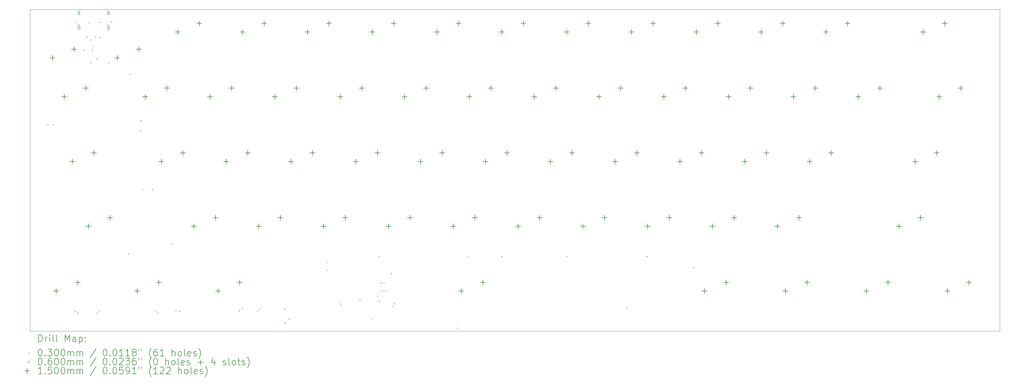
<source format=gbr>
%TF.GenerationSoftware,KiCad,Pcbnew,8.0.3*%
%TF.CreationDate,2025-10-01T01:02:01-04:00*%
%TF.ProjectId,KP60,4b503630-2e6b-4696-9361-645f70636258,rev?*%
%TF.SameCoordinates,Original*%
%TF.FileFunction,Drillmap*%
%TF.FilePolarity,Positive*%
%FSLAX45Y45*%
G04 Gerber Fmt 4.5, Leading zero omitted, Abs format (unit mm)*
G04 Created by KiCad (PCBNEW 8.0.3) date 2025-10-01 01:02:01*
%MOMM*%
%LPD*%
G01*
G04 APERTURE LIST*
%ADD10C,0.050000*%
%ADD11C,0.200000*%
%ADD12C,0.100000*%
%ADD13C,0.150000*%
G04 APERTURE END LIST*
D10*
X35157500Y-7385000D02*
X35157500Y-16845000D01*
X6657500Y-16845000D02*
X35157500Y-16845000D01*
X6657500Y-7385000D02*
X35157500Y-7385000D01*
X6657500Y-16845000D02*
X6657500Y-7385000D01*
D11*
D12*
X7164500Y-10762000D02*
X7194500Y-10792000D01*
X7194500Y-10762000D02*
X7164500Y-10792000D01*
X7329500Y-10762000D02*
X7359500Y-10792000D01*
X7359500Y-10762000D02*
X7329500Y-10792000D01*
X7975533Y-16251000D02*
X8005533Y-16281000D01*
X8005533Y-16251000D02*
X7975533Y-16281000D01*
X7979000Y-7743000D02*
X8009000Y-7773000D01*
X8009000Y-7743000D02*
X7979000Y-7773000D01*
X8057647Y-16299647D02*
X8087647Y-16329647D01*
X8087647Y-16299647D02*
X8057647Y-16329647D01*
X8226000Y-8559000D02*
X8256000Y-8589000D01*
X8256000Y-8559000D02*
X8226000Y-8589000D01*
X8319000Y-8189000D02*
X8349000Y-8219000D01*
X8349000Y-8189000D02*
X8319000Y-8219000D01*
X8380000Y-7753000D02*
X8410000Y-7783000D01*
X8410000Y-7753000D02*
X8380000Y-7783000D01*
X8432500Y-8933000D02*
X8462500Y-8963000D01*
X8462500Y-8933000D02*
X8432500Y-8963000D01*
X8438375Y-8269000D02*
X8468375Y-8299000D01*
X8468375Y-8269000D02*
X8438375Y-8299000D01*
X8478000Y-8561000D02*
X8508000Y-8591000D01*
X8508000Y-8561000D02*
X8478000Y-8591000D01*
X8515000Y-8444000D02*
X8545000Y-8474000D01*
X8545000Y-8444000D02*
X8515000Y-8474000D01*
X8573000Y-8180000D02*
X8603000Y-8210000D01*
X8603000Y-8180000D02*
X8573000Y-8210000D01*
X8618853Y-16302675D02*
X8648853Y-16332675D01*
X8648853Y-16302675D02*
X8618853Y-16332675D01*
X8619000Y-8825000D02*
X8649000Y-8855000D01*
X8649000Y-8825000D02*
X8619000Y-8855000D01*
X8681843Y-16232675D02*
X8711843Y-16262675D01*
X8711843Y-16232675D02*
X8681843Y-16262675D01*
X8688000Y-7751000D02*
X8718000Y-7781000D01*
X8718000Y-7751000D02*
X8688000Y-7781000D01*
X8698000Y-8194000D02*
X8728000Y-8224000D01*
X8728000Y-8194000D02*
X8698000Y-8224000D01*
X8960000Y-8935000D02*
X8990000Y-8965000D01*
X8990000Y-8935000D02*
X8960000Y-8965000D01*
X9042000Y-7741000D02*
X9072000Y-7771000D01*
X9072000Y-7741000D02*
X9042000Y-7771000D01*
X9537000Y-14572000D02*
X9567000Y-14602000D01*
X9567000Y-14572000D02*
X9537000Y-14602000D01*
X9585000Y-9271000D02*
X9615000Y-9301000D01*
X9615000Y-9271000D02*
X9585000Y-9301000D01*
X9897000Y-10934000D02*
X9927000Y-10964000D01*
X9927000Y-10934000D02*
X9897000Y-10964000D01*
X9899000Y-10648000D02*
X9929000Y-10678000D01*
X9929000Y-10648000D02*
X9899000Y-10678000D01*
X9953500Y-12663000D02*
X9983500Y-12693000D01*
X9983500Y-12663000D02*
X9953500Y-12693000D01*
X10241000Y-12665000D02*
X10271000Y-12695000D01*
X10271000Y-12665000D02*
X10241000Y-12695000D01*
X10333838Y-16232675D02*
X10363838Y-16262675D01*
X10363838Y-16232675D02*
X10333838Y-16262675D01*
X10404810Y-16299485D02*
X10434810Y-16329485D01*
X10434810Y-16299485D02*
X10404810Y-16329485D01*
X10806059Y-14256059D02*
X10836059Y-14286059D01*
X10836059Y-14256059D02*
X10806059Y-14286059D01*
X10925638Y-16226932D02*
X10955638Y-16256932D01*
X10955638Y-16226932D02*
X10925638Y-16256932D01*
X11046234Y-16248533D02*
X11076234Y-16278533D01*
X11076234Y-16248533D02*
X11046234Y-16278533D01*
X12796147Y-16240147D02*
X12826147Y-16270147D01*
X12826147Y-16240147D02*
X12796147Y-16270147D01*
X12885820Y-16169444D02*
X12915820Y-16199444D01*
X12915820Y-16169444D02*
X12885820Y-16199444D01*
X13343150Y-16239444D02*
X13373150Y-16269444D01*
X13373150Y-16239444D02*
X13343150Y-16269444D01*
X13407161Y-16176178D02*
X13437161Y-16206178D01*
X13437161Y-16176178D02*
X13407161Y-16206178D01*
X14137000Y-16188000D02*
X14167000Y-16218000D01*
X14167000Y-16188000D02*
X14137000Y-16218000D01*
X14139000Y-16592000D02*
X14169000Y-16622000D01*
X14169000Y-16592000D02*
X14139000Y-16622000D01*
X14263000Y-16478000D02*
X14293000Y-16508000D01*
X14293000Y-16478000D02*
X14263000Y-16508000D01*
X15386000Y-14807500D02*
X15416000Y-14837500D01*
X15416000Y-14807500D02*
X15386000Y-14837500D01*
X15390000Y-15040000D02*
X15420000Y-15070000D01*
X15420000Y-15040000D02*
X15390000Y-15070000D01*
X15769000Y-15982000D02*
X15799000Y-16012000D01*
X15799000Y-15982000D02*
X15769000Y-16012000D01*
X15771499Y-16061961D02*
X15801499Y-16091961D01*
X15801499Y-16061961D02*
X15771499Y-16091961D01*
X16340000Y-15894000D02*
X16370000Y-15924000D01*
X16370000Y-15894000D02*
X16340000Y-15924000D01*
X16691000Y-16463000D02*
X16721000Y-16493000D01*
X16721000Y-16463000D02*
X16691000Y-16493000D01*
X16853000Y-15804000D02*
X16883000Y-15834000D01*
X16883000Y-15804000D02*
X16853000Y-15834000D01*
X16898000Y-14637675D02*
X16928000Y-14667675D01*
X16928000Y-14637675D02*
X16898000Y-14667675D01*
X16904000Y-15944000D02*
X16934000Y-15974000D01*
X16934000Y-15944000D02*
X16904000Y-15974000D01*
X16954000Y-15408000D02*
X16984000Y-15438000D01*
X16984000Y-15408000D02*
X16954000Y-15438000D01*
X17002348Y-15641353D02*
X17032348Y-15671353D01*
X17032348Y-15641353D02*
X17002348Y-15671353D01*
X17053649Y-15415650D02*
X17083649Y-15445650D01*
X17083649Y-15415650D02*
X17053649Y-15445650D01*
X17094578Y-15647148D02*
X17124578Y-15677148D01*
X17124578Y-15647148D02*
X17094578Y-15677148D01*
X17258000Y-15137000D02*
X17288000Y-15167000D01*
X17288000Y-15137000D02*
X17258000Y-15167000D01*
X17315296Y-16104750D02*
X17345296Y-16134750D01*
X17345296Y-16104750D02*
X17315296Y-16134750D01*
X17353000Y-16026000D02*
X17383000Y-16056000D01*
X17383000Y-16026000D02*
X17353000Y-16056000D01*
X19205000Y-16745000D02*
X19235000Y-16775000D01*
X19235000Y-16745000D02*
X19205000Y-16775000D01*
X19513000Y-14652000D02*
X19543000Y-14682000D01*
X19543000Y-14652000D02*
X19513000Y-14682000D01*
X20511000Y-14637675D02*
X20541000Y-14667675D01*
X20541000Y-14637675D02*
X20511000Y-14667675D01*
X22427000Y-14637675D02*
X22457000Y-14667675D01*
X22457000Y-14637675D02*
X22427000Y-14667675D01*
X24186000Y-16134000D02*
X24216000Y-16164000D01*
X24216000Y-16134000D02*
X24186000Y-16164000D01*
X24778000Y-14637675D02*
X24808000Y-14667675D01*
X24808000Y-14637675D02*
X24778000Y-14667675D01*
X26146000Y-14963000D02*
X26176000Y-14993000D01*
X26176000Y-14963000D02*
X26146000Y-14993000D01*
X8126250Y-7493000D02*
G75*
G02*
X8066250Y-7493000I-30000J0D01*
G01*
X8066250Y-7493000D02*
G75*
G02*
X8126250Y-7493000I30000J0D01*
G01*
X8066250Y-7463000D02*
X8066250Y-7523000D01*
X8126250Y-7523000D02*
G75*
G02*
X8066250Y-7523000I-30000J0D01*
G01*
X8126250Y-7523000D02*
X8126250Y-7463000D01*
X8126250Y-7463000D02*
G75*
G03*
X8066250Y-7463000I-30000J0D01*
G01*
X8126250Y-7911000D02*
G75*
G02*
X8066250Y-7911000I-30000J0D01*
G01*
X8066250Y-7911000D02*
G75*
G02*
X8126250Y-7911000I30000J0D01*
G01*
X8066250Y-7856000D02*
X8066250Y-7966000D01*
X8126250Y-7966000D02*
G75*
G02*
X8066250Y-7966000I-30000J0D01*
G01*
X8126250Y-7966000D02*
X8126250Y-7856000D01*
X8126250Y-7856000D02*
G75*
G03*
X8066250Y-7856000I-30000J0D01*
G01*
X8990250Y-7493000D02*
G75*
G02*
X8930250Y-7493000I-30000J0D01*
G01*
X8930250Y-7493000D02*
G75*
G02*
X8990250Y-7493000I30000J0D01*
G01*
X8930250Y-7463000D02*
X8930250Y-7523000D01*
X8990250Y-7523000D02*
G75*
G02*
X8930250Y-7523000I-30000J0D01*
G01*
X8990250Y-7523000D02*
X8990250Y-7463000D01*
X8990250Y-7463000D02*
G75*
G03*
X8930250Y-7463000I-30000J0D01*
G01*
X8990250Y-7911000D02*
G75*
G02*
X8930250Y-7911000I-30000J0D01*
G01*
X8930250Y-7911000D02*
G75*
G02*
X8990250Y-7911000I30000J0D01*
G01*
X8930250Y-7856000D02*
X8930250Y-7966000D01*
X8990250Y-7966000D02*
G75*
G02*
X8930250Y-7966000I-30000J0D01*
G01*
X8990250Y-7966000D02*
X8990250Y-7856000D01*
X8990250Y-7856000D02*
G75*
G03*
X8930250Y-7856000I-30000J0D01*
G01*
D13*
X7318375Y-8738800D02*
X7318375Y-8888800D01*
X7243375Y-8813800D02*
X7393375Y-8813800D01*
X7429500Y-15596800D02*
X7429500Y-15746800D01*
X7354500Y-15671800D02*
X7504500Y-15671800D01*
X7667625Y-9881800D02*
X7667625Y-10031800D01*
X7592625Y-9956800D02*
X7742625Y-9956800D01*
X7905750Y-11786800D02*
X7905750Y-11936800D01*
X7830750Y-11861800D02*
X7980750Y-11861800D01*
X7953375Y-8484800D02*
X7953375Y-8634800D01*
X7878375Y-8559800D02*
X8028375Y-8559800D01*
X8064500Y-15342800D02*
X8064500Y-15492800D01*
X7989500Y-15417800D02*
X8139500Y-15417800D01*
X8302625Y-9627800D02*
X8302625Y-9777800D01*
X8227625Y-9702800D02*
X8377625Y-9702800D01*
X8382000Y-13691800D02*
X8382000Y-13841800D01*
X8307000Y-13766800D02*
X8457000Y-13766800D01*
X8540750Y-11532800D02*
X8540750Y-11682800D01*
X8465750Y-11607800D02*
X8615750Y-11607800D01*
X9017000Y-13437800D02*
X9017000Y-13587800D01*
X8942000Y-13512800D02*
X9092000Y-13512800D01*
X9223375Y-8738800D02*
X9223375Y-8888800D01*
X9148375Y-8813800D02*
X9298375Y-8813800D01*
X9810750Y-15596800D02*
X9810750Y-15746800D01*
X9735750Y-15671800D02*
X9885750Y-15671800D01*
X9858375Y-8484800D02*
X9858375Y-8634800D01*
X9783375Y-8559800D02*
X9933375Y-8559800D01*
X10048875Y-9881800D02*
X10048875Y-10031800D01*
X9973875Y-9956800D02*
X10123875Y-9956800D01*
X10445750Y-15342800D02*
X10445750Y-15492800D01*
X10370750Y-15417800D02*
X10520750Y-15417800D01*
X10525125Y-11786800D02*
X10525125Y-11936800D01*
X10450125Y-11861800D02*
X10600125Y-11861800D01*
X10683875Y-9627800D02*
X10683875Y-9777800D01*
X10608875Y-9702800D02*
X10758875Y-9702800D01*
X11001375Y-7976800D02*
X11001375Y-8126800D01*
X10926375Y-8051800D02*
X11076375Y-8051800D01*
X11160125Y-11532800D02*
X11160125Y-11682800D01*
X11085125Y-11607800D02*
X11235125Y-11607800D01*
X11477625Y-13691800D02*
X11477625Y-13841800D01*
X11402625Y-13766800D02*
X11552625Y-13766800D01*
X11636375Y-7722800D02*
X11636375Y-7872800D01*
X11561375Y-7797800D02*
X11711375Y-7797800D01*
X11953875Y-9881800D02*
X11953875Y-10031800D01*
X11878875Y-9956800D02*
X12028875Y-9956800D01*
X12112625Y-13437800D02*
X12112625Y-13587800D01*
X12037625Y-13512800D02*
X12187625Y-13512800D01*
X12192000Y-15596800D02*
X12192000Y-15746800D01*
X12117000Y-15671800D02*
X12267000Y-15671800D01*
X12430125Y-11786800D02*
X12430125Y-11936800D01*
X12355125Y-11861800D02*
X12505125Y-11861800D01*
X12588875Y-9627800D02*
X12588875Y-9777800D01*
X12513875Y-9702800D02*
X12663875Y-9702800D01*
X12827000Y-15342800D02*
X12827000Y-15492800D01*
X12752000Y-15417800D02*
X12902000Y-15417800D01*
X12906375Y-7976800D02*
X12906375Y-8126800D01*
X12831375Y-8051800D02*
X12981375Y-8051800D01*
X13065125Y-11532800D02*
X13065125Y-11682800D01*
X12990125Y-11607800D02*
X13140125Y-11607800D01*
X13382625Y-13691800D02*
X13382625Y-13841800D01*
X13307625Y-13766800D02*
X13457625Y-13766800D01*
X13541375Y-7722800D02*
X13541375Y-7872800D01*
X13466375Y-7797800D02*
X13616375Y-7797800D01*
X13858875Y-9881800D02*
X13858875Y-10031800D01*
X13783875Y-9956800D02*
X13933875Y-9956800D01*
X14017625Y-13437800D02*
X14017625Y-13587800D01*
X13942625Y-13512800D02*
X14092625Y-13512800D01*
X14335125Y-11786800D02*
X14335125Y-11936800D01*
X14260125Y-11861800D02*
X14410125Y-11861800D01*
X14493875Y-9627800D02*
X14493875Y-9777800D01*
X14418875Y-9702800D02*
X14568875Y-9702800D01*
X14811375Y-7976800D02*
X14811375Y-8126800D01*
X14736375Y-8051800D02*
X14886375Y-8051800D01*
X14970125Y-11532800D02*
X14970125Y-11682800D01*
X14895125Y-11607800D02*
X15045125Y-11607800D01*
X15287625Y-13691800D02*
X15287625Y-13841800D01*
X15212625Y-13766800D02*
X15362625Y-13766800D01*
X15446375Y-7722800D02*
X15446375Y-7872800D01*
X15371375Y-7797800D02*
X15521375Y-7797800D01*
X15779750Y-9881800D02*
X15779750Y-10031800D01*
X15704750Y-9956800D02*
X15854750Y-9956800D01*
X15922625Y-13437800D02*
X15922625Y-13587800D01*
X15847625Y-13512800D02*
X15997625Y-13512800D01*
X16240125Y-11786800D02*
X16240125Y-11936800D01*
X16165125Y-11861800D02*
X16315125Y-11861800D01*
X16414750Y-9627800D02*
X16414750Y-9777800D01*
X16339750Y-9702800D02*
X16489750Y-9702800D01*
X16716375Y-7976800D02*
X16716375Y-8126800D01*
X16641375Y-8051800D02*
X16791375Y-8051800D01*
X16875125Y-11532800D02*
X16875125Y-11682800D01*
X16800125Y-11607800D02*
X16950125Y-11607800D01*
X17192625Y-13691800D02*
X17192625Y-13841800D01*
X17117625Y-13766800D02*
X17267625Y-13766800D01*
X17351375Y-7722800D02*
X17351375Y-7872800D01*
X17276375Y-7797800D02*
X17426375Y-7797800D01*
X17668875Y-9881800D02*
X17668875Y-10031800D01*
X17593875Y-9956800D02*
X17743875Y-9956800D01*
X17827625Y-13437800D02*
X17827625Y-13587800D01*
X17752625Y-13512800D02*
X17902625Y-13512800D01*
X18145125Y-11786800D02*
X18145125Y-11936800D01*
X18070125Y-11861800D02*
X18220125Y-11861800D01*
X18303875Y-9627800D02*
X18303875Y-9777800D01*
X18228875Y-9702800D02*
X18378875Y-9702800D01*
X18621375Y-7976800D02*
X18621375Y-8126800D01*
X18546375Y-8051800D02*
X18696375Y-8051800D01*
X18780125Y-11532800D02*
X18780125Y-11682800D01*
X18705125Y-11607800D02*
X18855125Y-11607800D01*
X19097625Y-13691800D02*
X19097625Y-13841800D01*
X19022625Y-13766800D02*
X19172625Y-13766800D01*
X19256375Y-7722800D02*
X19256375Y-7872800D01*
X19181375Y-7797800D02*
X19331375Y-7797800D01*
X19335750Y-15596800D02*
X19335750Y-15746800D01*
X19260750Y-15671800D02*
X19410750Y-15671800D01*
X19573875Y-9881800D02*
X19573875Y-10031800D01*
X19498875Y-9956800D02*
X19648875Y-9956800D01*
X19732625Y-13437800D02*
X19732625Y-13587800D01*
X19657625Y-13512800D02*
X19807625Y-13512800D01*
X19970750Y-15342800D02*
X19970750Y-15492800D01*
X19895750Y-15417800D02*
X20045750Y-15417800D01*
X20050125Y-11786800D02*
X20050125Y-11936800D01*
X19975125Y-11861800D02*
X20125125Y-11861800D01*
X20208875Y-9627800D02*
X20208875Y-9777800D01*
X20133875Y-9702800D02*
X20283875Y-9702800D01*
X20526375Y-7976800D02*
X20526375Y-8126800D01*
X20451375Y-8051800D02*
X20601375Y-8051800D01*
X20685125Y-11532800D02*
X20685125Y-11682800D01*
X20610125Y-11607800D02*
X20760125Y-11607800D01*
X21002625Y-13691800D02*
X21002625Y-13841800D01*
X20927625Y-13766800D02*
X21077625Y-13766800D01*
X21161375Y-7722800D02*
X21161375Y-7872800D01*
X21086375Y-7797800D02*
X21236375Y-7797800D01*
X21478875Y-9881800D02*
X21478875Y-10031800D01*
X21403875Y-9956800D02*
X21553875Y-9956800D01*
X21637625Y-13437800D02*
X21637625Y-13587800D01*
X21562625Y-13512800D02*
X21712625Y-13512800D01*
X21955125Y-11786800D02*
X21955125Y-11936800D01*
X21880125Y-11861800D02*
X22030125Y-11861800D01*
X22113875Y-9627800D02*
X22113875Y-9777800D01*
X22038875Y-9702800D02*
X22188875Y-9702800D01*
X22431375Y-7976800D02*
X22431375Y-8126800D01*
X22356375Y-8051800D02*
X22506375Y-8051800D01*
X22590125Y-11532800D02*
X22590125Y-11682800D01*
X22515125Y-11607800D02*
X22665125Y-11607800D01*
X22907625Y-13691800D02*
X22907625Y-13841800D01*
X22832625Y-13766800D02*
X22982625Y-13766800D01*
X23066375Y-7722800D02*
X23066375Y-7872800D01*
X22991375Y-7797800D02*
X23141375Y-7797800D01*
X23383875Y-9881800D02*
X23383875Y-10031800D01*
X23308875Y-9956800D02*
X23458875Y-9956800D01*
X23542625Y-13437800D02*
X23542625Y-13587800D01*
X23467625Y-13512800D02*
X23617625Y-13512800D01*
X23860125Y-11786800D02*
X23860125Y-11936800D01*
X23785125Y-11861800D02*
X23935125Y-11861800D01*
X24018875Y-9627800D02*
X24018875Y-9777800D01*
X23943875Y-9702800D02*
X24093875Y-9702800D01*
X24336375Y-7976800D02*
X24336375Y-8126800D01*
X24261375Y-8051800D02*
X24411375Y-8051800D01*
X24495125Y-11532800D02*
X24495125Y-11682800D01*
X24420125Y-11607800D02*
X24570125Y-11607800D01*
X24812625Y-13691800D02*
X24812625Y-13841800D01*
X24737625Y-13766800D02*
X24887625Y-13766800D01*
X24971375Y-7722800D02*
X24971375Y-7872800D01*
X24896375Y-7797800D02*
X25046375Y-7797800D01*
X25288875Y-9881800D02*
X25288875Y-10031800D01*
X25213875Y-9956800D02*
X25363875Y-9956800D01*
X25447625Y-13437800D02*
X25447625Y-13587800D01*
X25372625Y-13512800D02*
X25522625Y-13512800D01*
X25765125Y-11786800D02*
X25765125Y-11936800D01*
X25690125Y-11861800D02*
X25840125Y-11861800D01*
X25923875Y-9627800D02*
X25923875Y-9777800D01*
X25848875Y-9702800D02*
X25998875Y-9702800D01*
X26241375Y-7976800D02*
X26241375Y-8126800D01*
X26166375Y-8051800D02*
X26316375Y-8051800D01*
X26400125Y-11532800D02*
X26400125Y-11682800D01*
X26325125Y-11607800D02*
X26475125Y-11607800D01*
X26479500Y-15596800D02*
X26479500Y-15746800D01*
X26404500Y-15671800D02*
X26554500Y-15671800D01*
X26717625Y-13691800D02*
X26717625Y-13841800D01*
X26642625Y-13766800D02*
X26792625Y-13766800D01*
X26876375Y-7722800D02*
X26876375Y-7872800D01*
X26801375Y-7797800D02*
X26951375Y-7797800D01*
X27114500Y-15342800D02*
X27114500Y-15492800D01*
X27039500Y-15417800D02*
X27189500Y-15417800D01*
X27193875Y-9881800D02*
X27193875Y-10031800D01*
X27118875Y-9956800D02*
X27268875Y-9956800D01*
X27352625Y-13437800D02*
X27352625Y-13587800D01*
X27277625Y-13512800D02*
X27427625Y-13512800D01*
X27670125Y-11786800D02*
X27670125Y-11936800D01*
X27595125Y-11861800D02*
X27745125Y-11861800D01*
X27828875Y-9627800D02*
X27828875Y-9777800D01*
X27753875Y-9702800D02*
X27903875Y-9702800D01*
X28146375Y-7976800D02*
X28146375Y-8126800D01*
X28071375Y-8051800D02*
X28221375Y-8051800D01*
X28305125Y-11532800D02*
X28305125Y-11682800D01*
X28230125Y-11607800D02*
X28380125Y-11607800D01*
X28622625Y-13691800D02*
X28622625Y-13841800D01*
X28547625Y-13766800D02*
X28697625Y-13766800D01*
X28781375Y-7722800D02*
X28781375Y-7872800D01*
X28706375Y-7797800D02*
X28856375Y-7797800D01*
X28860750Y-15596800D02*
X28860750Y-15746800D01*
X28785750Y-15671800D02*
X28935750Y-15671800D01*
X29098875Y-9881800D02*
X29098875Y-10031800D01*
X29023875Y-9956800D02*
X29173875Y-9956800D01*
X29257625Y-13437800D02*
X29257625Y-13587800D01*
X29182625Y-13512800D02*
X29332625Y-13512800D01*
X29495750Y-15342800D02*
X29495750Y-15492800D01*
X29420750Y-15417800D02*
X29570750Y-15417800D01*
X29575125Y-11786800D02*
X29575125Y-11936800D01*
X29500125Y-11861800D02*
X29650125Y-11861800D01*
X29733875Y-9627800D02*
X29733875Y-9777800D01*
X29658875Y-9702800D02*
X29808875Y-9702800D01*
X30051375Y-7976800D02*
X30051375Y-8126800D01*
X29976375Y-8051800D02*
X30126375Y-8051800D01*
X30210125Y-11532800D02*
X30210125Y-11682800D01*
X30135125Y-11607800D02*
X30285125Y-11607800D01*
X30686375Y-7722800D02*
X30686375Y-7872800D01*
X30611375Y-7797800D02*
X30761375Y-7797800D01*
X31003875Y-9881800D02*
X31003875Y-10031800D01*
X30928875Y-9956800D02*
X31078875Y-9956800D01*
X31242000Y-15596800D02*
X31242000Y-15746800D01*
X31167000Y-15671800D02*
X31317000Y-15671800D01*
X31638875Y-9627800D02*
X31638875Y-9777800D01*
X31563875Y-9702800D02*
X31713875Y-9702800D01*
X31877000Y-15342800D02*
X31877000Y-15492800D01*
X31802000Y-15417800D02*
X31952000Y-15417800D01*
X32194500Y-13691800D02*
X32194500Y-13841800D01*
X32119500Y-13766800D02*
X32269500Y-13766800D01*
X32670750Y-11786800D02*
X32670750Y-11936800D01*
X32595750Y-11861800D02*
X32745750Y-11861800D01*
X32829500Y-13437800D02*
X32829500Y-13587800D01*
X32754500Y-13512800D02*
X32904500Y-13512800D01*
X32908875Y-7976800D02*
X32908875Y-8126800D01*
X32833875Y-8051800D02*
X32983875Y-8051800D01*
X33305750Y-11532800D02*
X33305750Y-11682800D01*
X33230750Y-11607800D02*
X33380750Y-11607800D01*
X33385125Y-9881800D02*
X33385125Y-10031800D01*
X33310125Y-9956800D02*
X33460125Y-9956800D01*
X33543875Y-7722800D02*
X33543875Y-7872800D01*
X33468875Y-7797800D02*
X33618875Y-7797800D01*
X33623250Y-15596800D02*
X33623250Y-15746800D01*
X33548250Y-15671800D02*
X33698250Y-15671800D01*
X34020125Y-9627800D02*
X34020125Y-9777800D01*
X33945125Y-9702800D02*
X34095125Y-9702800D01*
X34258250Y-15342800D02*
X34258250Y-15492800D01*
X34183250Y-15417800D02*
X34333250Y-15417800D01*
D11*
X6915777Y-17158984D02*
X6915777Y-16958984D01*
X6915777Y-16958984D02*
X6963396Y-16958984D01*
X6963396Y-16958984D02*
X6991967Y-16968508D01*
X6991967Y-16968508D02*
X7011015Y-16987555D01*
X7011015Y-16987555D02*
X7020539Y-17006603D01*
X7020539Y-17006603D02*
X7030062Y-17044698D01*
X7030062Y-17044698D02*
X7030062Y-17073270D01*
X7030062Y-17073270D02*
X7020539Y-17111365D01*
X7020539Y-17111365D02*
X7011015Y-17130412D01*
X7011015Y-17130412D02*
X6991967Y-17149460D01*
X6991967Y-17149460D02*
X6963396Y-17158984D01*
X6963396Y-17158984D02*
X6915777Y-17158984D01*
X7115777Y-17158984D02*
X7115777Y-17025650D01*
X7115777Y-17063746D02*
X7125301Y-17044698D01*
X7125301Y-17044698D02*
X7134824Y-17035174D01*
X7134824Y-17035174D02*
X7153872Y-17025650D01*
X7153872Y-17025650D02*
X7172920Y-17025650D01*
X7239586Y-17158984D02*
X7239586Y-17025650D01*
X7239586Y-16958984D02*
X7230062Y-16968508D01*
X7230062Y-16968508D02*
X7239586Y-16978031D01*
X7239586Y-16978031D02*
X7249110Y-16968508D01*
X7249110Y-16968508D02*
X7239586Y-16958984D01*
X7239586Y-16958984D02*
X7239586Y-16978031D01*
X7363396Y-17158984D02*
X7344348Y-17149460D01*
X7344348Y-17149460D02*
X7334824Y-17130412D01*
X7334824Y-17130412D02*
X7334824Y-16958984D01*
X7468158Y-17158984D02*
X7449110Y-17149460D01*
X7449110Y-17149460D02*
X7439586Y-17130412D01*
X7439586Y-17130412D02*
X7439586Y-16958984D01*
X7696729Y-17158984D02*
X7696729Y-16958984D01*
X7696729Y-16958984D02*
X7763396Y-17101841D01*
X7763396Y-17101841D02*
X7830062Y-16958984D01*
X7830062Y-16958984D02*
X7830062Y-17158984D01*
X8011015Y-17158984D02*
X8011015Y-17054222D01*
X8011015Y-17054222D02*
X8001491Y-17035174D01*
X8001491Y-17035174D02*
X7982443Y-17025650D01*
X7982443Y-17025650D02*
X7944348Y-17025650D01*
X7944348Y-17025650D02*
X7925301Y-17035174D01*
X8011015Y-17149460D02*
X7991967Y-17158984D01*
X7991967Y-17158984D02*
X7944348Y-17158984D01*
X7944348Y-17158984D02*
X7925301Y-17149460D01*
X7925301Y-17149460D02*
X7915777Y-17130412D01*
X7915777Y-17130412D02*
X7915777Y-17111365D01*
X7915777Y-17111365D02*
X7925301Y-17092317D01*
X7925301Y-17092317D02*
X7944348Y-17082793D01*
X7944348Y-17082793D02*
X7991967Y-17082793D01*
X7991967Y-17082793D02*
X8011015Y-17073270D01*
X8106253Y-17025650D02*
X8106253Y-17225650D01*
X8106253Y-17035174D02*
X8125301Y-17025650D01*
X8125301Y-17025650D02*
X8163396Y-17025650D01*
X8163396Y-17025650D02*
X8182443Y-17035174D01*
X8182443Y-17035174D02*
X8191967Y-17044698D01*
X8191967Y-17044698D02*
X8201491Y-17063746D01*
X8201491Y-17063746D02*
X8201491Y-17120889D01*
X8201491Y-17120889D02*
X8191967Y-17139936D01*
X8191967Y-17139936D02*
X8182443Y-17149460D01*
X8182443Y-17149460D02*
X8163396Y-17158984D01*
X8163396Y-17158984D02*
X8125301Y-17158984D01*
X8125301Y-17158984D02*
X8106253Y-17149460D01*
X8287205Y-17139936D02*
X8296729Y-17149460D01*
X8296729Y-17149460D02*
X8287205Y-17158984D01*
X8287205Y-17158984D02*
X8277682Y-17149460D01*
X8277682Y-17149460D02*
X8287205Y-17139936D01*
X8287205Y-17139936D02*
X8287205Y-17158984D01*
X8287205Y-17035174D02*
X8296729Y-17044698D01*
X8296729Y-17044698D02*
X8287205Y-17054222D01*
X8287205Y-17054222D02*
X8277682Y-17044698D01*
X8277682Y-17044698D02*
X8287205Y-17035174D01*
X8287205Y-17035174D02*
X8287205Y-17054222D01*
D12*
X6625000Y-17472500D02*
X6655000Y-17502500D01*
X6655000Y-17472500D02*
X6625000Y-17502500D01*
D11*
X6953872Y-17378984D02*
X6972920Y-17378984D01*
X6972920Y-17378984D02*
X6991967Y-17388508D01*
X6991967Y-17388508D02*
X7001491Y-17398031D01*
X7001491Y-17398031D02*
X7011015Y-17417079D01*
X7011015Y-17417079D02*
X7020539Y-17455174D01*
X7020539Y-17455174D02*
X7020539Y-17502793D01*
X7020539Y-17502793D02*
X7011015Y-17540889D01*
X7011015Y-17540889D02*
X7001491Y-17559936D01*
X7001491Y-17559936D02*
X6991967Y-17569460D01*
X6991967Y-17569460D02*
X6972920Y-17578984D01*
X6972920Y-17578984D02*
X6953872Y-17578984D01*
X6953872Y-17578984D02*
X6934824Y-17569460D01*
X6934824Y-17569460D02*
X6925301Y-17559936D01*
X6925301Y-17559936D02*
X6915777Y-17540889D01*
X6915777Y-17540889D02*
X6906253Y-17502793D01*
X6906253Y-17502793D02*
X6906253Y-17455174D01*
X6906253Y-17455174D02*
X6915777Y-17417079D01*
X6915777Y-17417079D02*
X6925301Y-17398031D01*
X6925301Y-17398031D02*
X6934824Y-17388508D01*
X6934824Y-17388508D02*
X6953872Y-17378984D01*
X7106253Y-17559936D02*
X7115777Y-17569460D01*
X7115777Y-17569460D02*
X7106253Y-17578984D01*
X7106253Y-17578984D02*
X7096729Y-17569460D01*
X7096729Y-17569460D02*
X7106253Y-17559936D01*
X7106253Y-17559936D02*
X7106253Y-17578984D01*
X7182443Y-17378984D02*
X7306253Y-17378984D01*
X7306253Y-17378984D02*
X7239586Y-17455174D01*
X7239586Y-17455174D02*
X7268158Y-17455174D01*
X7268158Y-17455174D02*
X7287205Y-17464698D01*
X7287205Y-17464698D02*
X7296729Y-17474222D01*
X7296729Y-17474222D02*
X7306253Y-17493270D01*
X7306253Y-17493270D02*
X7306253Y-17540889D01*
X7306253Y-17540889D02*
X7296729Y-17559936D01*
X7296729Y-17559936D02*
X7287205Y-17569460D01*
X7287205Y-17569460D02*
X7268158Y-17578984D01*
X7268158Y-17578984D02*
X7211015Y-17578984D01*
X7211015Y-17578984D02*
X7191967Y-17569460D01*
X7191967Y-17569460D02*
X7182443Y-17559936D01*
X7430062Y-17378984D02*
X7449110Y-17378984D01*
X7449110Y-17378984D02*
X7468158Y-17388508D01*
X7468158Y-17388508D02*
X7477682Y-17398031D01*
X7477682Y-17398031D02*
X7487205Y-17417079D01*
X7487205Y-17417079D02*
X7496729Y-17455174D01*
X7496729Y-17455174D02*
X7496729Y-17502793D01*
X7496729Y-17502793D02*
X7487205Y-17540889D01*
X7487205Y-17540889D02*
X7477682Y-17559936D01*
X7477682Y-17559936D02*
X7468158Y-17569460D01*
X7468158Y-17569460D02*
X7449110Y-17578984D01*
X7449110Y-17578984D02*
X7430062Y-17578984D01*
X7430062Y-17578984D02*
X7411015Y-17569460D01*
X7411015Y-17569460D02*
X7401491Y-17559936D01*
X7401491Y-17559936D02*
X7391967Y-17540889D01*
X7391967Y-17540889D02*
X7382443Y-17502793D01*
X7382443Y-17502793D02*
X7382443Y-17455174D01*
X7382443Y-17455174D02*
X7391967Y-17417079D01*
X7391967Y-17417079D02*
X7401491Y-17398031D01*
X7401491Y-17398031D02*
X7411015Y-17388508D01*
X7411015Y-17388508D02*
X7430062Y-17378984D01*
X7620539Y-17378984D02*
X7639586Y-17378984D01*
X7639586Y-17378984D02*
X7658634Y-17388508D01*
X7658634Y-17388508D02*
X7668158Y-17398031D01*
X7668158Y-17398031D02*
X7677682Y-17417079D01*
X7677682Y-17417079D02*
X7687205Y-17455174D01*
X7687205Y-17455174D02*
X7687205Y-17502793D01*
X7687205Y-17502793D02*
X7677682Y-17540889D01*
X7677682Y-17540889D02*
X7668158Y-17559936D01*
X7668158Y-17559936D02*
X7658634Y-17569460D01*
X7658634Y-17569460D02*
X7639586Y-17578984D01*
X7639586Y-17578984D02*
X7620539Y-17578984D01*
X7620539Y-17578984D02*
X7601491Y-17569460D01*
X7601491Y-17569460D02*
X7591967Y-17559936D01*
X7591967Y-17559936D02*
X7582443Y-17540889D01*
X7582443Y-17540889D02*
X7572920Y-17502793D01*
X7572920Y-17502793D02*
X7572920Y-17455174D01*
X7572920Y-17455174D02*
X7582443Y-17417079D01*
X7582443Y-17417079D02*
X7591967Y-17398031D01*
X7591967Y-17398031D02*
X7601491Y-17388508D01*
X7601491Y-17388508D02*
X7620539Y-17378984D01*
X7772920Y-17578984D02*
X7772920Y-17445650D01*
X7772920Y-17464698D02*
X7782443Y-17455174D01*
X7782443Y-17455174D02*
X7801491Y-17445650D01*
X7801491Y-17445650D02*
X7830063Y-17445650D01*
X7830063Y-17445650D02*
X7849110Y-17455174D01*
X7849110Y-17455174D02*
X7858634Y-17474222D01*
X7858634Y-17474222D02*
X7858634Y-17578984D01*
X7858634Y-17474222D02*
X7868158Y-17455174D01*
X7868158Y-17455174D02*
X7887205Y-17445650D01*
X7887205Y-17445650D02*
X7915777Y-17445650D01*
X7915777Y-17445650D02*
X7934824Y-17455174D01*
X7934824Y-17455174D02*
X7944348Y-17474222D01*
X7944348Y-17474222D02*
X7944348Y-17578984D01*
X8039586Y-17578984D02*
X8039586Y-17445650D01*
X8039586Y-17464698D02*
X8049110Y-17455174D01*
X8049110Y-17455174D02*
X8068158Y-17445650D01*
X8068158Y-17445650D02*
X8096729Y-17445650D01*
X8096729Y-17445650D02*
X8115777Y-17455174D01*
X8115777Y-17455174D02*
X8125301Y-17474222D01*
X8125301Y-17474222D02*
X8125301Y-17578984D01*
X8125301Y-17474222D02*
X8134824Y-17455174D01*
X8134824Y-17455174D02*
X8153872Y-17445650D01*
X8153872Y-17445650D02*
X8182443Y-17445650D01*
X8182443Y-17445650D02*
X8201491Y-17455174D01*
X8201491Y-17455174D02*
X8211015Y-17474222D01*
X8211015Y-17474222D02*
X8211015Y-17578984D01*
X8601491Y-17369460D02*
X8430063Y-17626603D01*
X8858634Y-17378984D02*
X8877682Y-17378984D01*
X8877682Y-17378984D02*
X8896729Y-17388508D01*
X8896729Y-17388508D02*
X8906253Y-17398031D01*
X8906253Y-17398031D02*
X8915777Y-17417079D01*
X8915777Y-17417079D02*
X8925301Y-17455174D01*
X8925301Y-17455174D02*
X8925301Y-17502793D01*
X8925301Y-17502793D02*
X8915777Y-17540889D01*
X8915777Y-17540889D02*
X8906253Y-17559936D01*
X8906253Y-17559936D02*
X8896729Y-17569460D01*
X8896729Y-17569460D02*
X8877682Y-17578984D01*
X8877682Y-17578984D02*
X8858634Y-17578984D01*
X8858634Y-17578984D02*
X8839587Y-17569460D01*
X8839587Y-17569460D02*
X8830063Y-17559936D01*
X8830063Y-17559936D02*
X8820539Y-17540889D01*
X8820539Y-17540889D02*
X8811015Y-17502793D01*
X8811015Y-17502793D02*
X8811015Y-17455174D01*
X8811015Y-17455174D02*
X8820539Y-17417079D01*
X8820539Y-17417079D02*
X8830063Y-17398031D01*
X8830063Y-17398031D02*
X8839587Y-17388508D01*
X8839587Y-17388508D02*
X8858634Y-17378984D01*
X9011015Y-17559936D02*
X9020539Y-17569460D01*
X9020539Y-17569460D02*
X9011015Y-17578984D01*
X9011015Y-17578984D02*
X9001491Y-17569460D01*
X9001491Y-17569460D02*
X9011015Y-17559936D01*
X9011015Y-17559936D02*
X9011015Y-17578984D01*
X9144348Y-17378984D02*
X9163396Y-17378984D01*
X9163396Y-17378984D02*
X9182444Y-17388508D01*
X9182444Y-17388508D02*
X9191968Y-17398031D01*
X9191968Y-17398031D02*
X9201491Y-17417079D01*
X9201491Y-17417079D02*
X9211015Y-17455174D01*
X9211015Y-17455174D02*
X9211015Y-17502793D01*
X9211015Y-17502793D02*
X9201491Y-17540889D01*
X9201491Y-17540889D02*
X9191968Y-17559936D01*
X9191968Y-17559936D02*
X9182444Y-17569460D01*
X9182444Y-17569460D02*
X9163396Y-17578984D01*
X9163396Y-17578984D02*
X9144348Y-17578984D01*
X9144348Y-17578984D02*
X9125301Y-17569460D01*
X9125301Y-17569460D02*
X9115777Y-17559936D01*
X9115777Y-17559936D02*
X9106253Y-17540889D01*
X9106253Y-17540889D02*
X9096729Y-17502793D01*
X9096729Y-17502793D02*
X9096729Y-17455174D01*
X9096729Y-17455174D02*
X9106253Y-17417079D01*
X9106253Y-17417079D02*
X9115777Y-17398031D01*
X9115777Y-17398031D02*
X9125301Y-17388508D01*
X9125301Y-17388508D02*
X9144348Y-17378984D01*
X9401491Y-17578984D02*
X9287206Y-17578984D01*
X9344348Y-17578984D02*
X9344348Y-17378984D01*
X9344348Y-17378984D02*
X9325301Y-17407555D01*
X9325301Y-17407555D02*
X9306253Y-17426603D01*
X9306253Y-17426603D02*
X9287206Y-17436127D01*
X9591968Y-17578984D02*
X9477682Y-17578984D01*
X9534825Y-17578984D02*
X9534825Y-17378984D01*
X9534825Y-17378984D02*
X9515777Y-17407555D01*
X9515777Y-17407555D02*
X9496729Y-17426603D01*
X9496729Y-17426603D02*
X9477682Y-17436127D01*
X9706253Y-17464698D02*
X9687206Y-17455174D01*
X9687206Y-17455174D02*
X9677682Y-17445650D01*
X9677682Y-17445650D02*
X9668158Y-17426603D01*
X9668158Y-17426603D02*
X9668158Y-17417079D01*
X9668158Y-17417079D02*
X9677682Y-17398031D01*
X9677682Y-17398031D02*
X9687206Y-17388508D01*
X9687206Y-17388508D02*
X9706253Y-17378984D01*
X9706253Y-17378984D02*
X9744349Y-17378984D01*
X9744349Y-17378984D02*
X9763396Y-17388508D01*
X9763396Y-17388508D02*
X9772920Y-17398031D01*
X9772920Y-17398031D02*
X9782444Y-17417079D01*
X9782444Y-17417079D02*
X9782444Y-17426603D01*
X9782444Y-17426603D02*
X9772920Y-17445650D01*
X9772920Y-17445650D02*
X9763396Y-17455174D01*
X9763396Y-17455174D02*
X9744349Y-17464698D01*
X9744349Y-17464698D02*
X9706253Y-17464698D01*
X9706253Y-17464698D02*
X9687206Y-17474222D01*
X9687206Y-17474222D02*
X9677682Y-17483746D01*
X9677682Y-17483746D02*
X9668158Y-17502793D01*
X9668158Y-17502793D02*
X9668158Y-17540889D01*
X9668158Y-17540889D02*
X9677682Y-17559936D01*
X9677682Y-17559936D02*
X9687206Y-17569460D01*
X9687206Y-17569460D02*
X9706253Y-17578984D01*
X9706253Y-17578984D02*
X9744349Y-17578984D01*
X9744349Y-17578984D02*
X9763396Y-17569460D01*
X9763396Y-17569460D02*
X9772920Y-17559936D01*
X9772920Y-17559936D02*
X9782444Y-17540889D01*
X9782444Y-17540889D02*
X9782444Y-17502793D01*
X9782444Y-17502793D02*
X9772920Y-17483746D01*
X9772920Y-17483746D02*
X9763396Y-17474222D01*
X9763396Y-17474222D02*
X9744349Y-17464698D01*
X9858634Y-17378984D02*
X9858634Y-17417079D01*
X9934825Y-17378984D02*
X9934825Y-17417079D01*
X10230063Y-17655174D02*
X10220539Y-17645650D01*
X10220539Y-17645650D02*
X10201491Y-17617079D01*
X10201491Y-17617079D02*
X10191968Y-17598031D01*
X10191968Y-17598031D02*
X10182444Y-17569460D01*
X10182444Y-17569460D02*
X10172920Y-17521841D01*
X10172920Y-17521841D02*
X10172920Y-17483746D01*
X10172920Y-17483746D02*
X10182444Y-17436127D01*
X10182444Y-17436127D02*
X10191968Y-17407555D01*
X10191968Y-17407555D02*
X10201491Y-17388508D01*
X10201491Y-17388508D02*
X10220539Y-17359936D01*
X10220539Y-17359936D02*
X10230063Y-17350412D01*
X10391968Y-17378984D02*
X10353872Y-17378984D01*
X10353872Y-17378984D02*
X10334825Y-17388508D01*
X10334825Y-17388508D02*
X10325301Y-17398031D01*
X10325301Y-17398031D02*
X10306253Y-17426603D01*
X10306253Y-17426603D02*
X10296730Y-17464698D01*
X10296730Y-17464698D02*
X10296730Y-17540889D01*
X10296730Y-17540889D02*
X10306253Y-17559936D01*
X10306253Y-17559936D02*
X10315777Y-17569460D01*
X10315777Y-17569460D02*
X10334825Y-17578984D01*
X10334825Y-17578984D02*
X10372920Y-17578984D01*
X10372920Y-17578984D02*
X10391968Y-17569460D01*
X10391968Y-17569460D02*
X10401491Y-17559936D01*
X10401491Y-17559936D02*
X10411015Y-17540889D01*
X10411015Y-17540889D02*
X10411015Y-17493270D01*
X10411015Y-17493270D02*
X10401491Y-17474222D01*
X10401491Y-17474222D02*
X10391968Y-17464698D01*
X10391968Y-17464698D02*
X10372920Y-17455174D01*
X10372920Y-17455174D02*
X10334825Y-17455174D01*
X10334825Y-17455174D02*
X10315777Y-17464698D01*
X10315777Y-17464698D02*
X10306253Y-17474222D01*
X10306253Y-17474222D02*
X10296730Y-17493270D01*
X10601491Y-17578984D02*
X10487206Y-17578984D01*
X10544349Y-17578984D02*
X10544349Y-17378984D01*
X10544349Y-17378984D02*
X10525301Y-17407555D01*
X10525301Y-17407555D02*
X10506253Y-17426603D01*
X10506253Y-17426603D02*
X10487206Y-17436127D01*
X10839587Y-17578984D02*
X10839587Y-17378984D01*
X10925301Y-17578984D02*
X10925301Y-17474222D01*
X10925301Y-17474222D02*
X10915777Y-17455174D01*
X10915777Y-17455174D02*
X10896730Y-17445650D01*
X10896730Y-17445650D02*
X10868158Y-17445650D01*
X10868158Y-17445650D02*
X10849111Y-17455174D01*
X10849111Y-17455174D02*
X10839587Y-17464698D01*
X11049111Y-17578984D02*
X11030063Y-17569460D01*
X11030063Y-17569460D02*
X11020539Y-17559936D01*
X11020539Y-17559936D02*
X11011015Y-17540889D01*
X11011015Y-17540889D02*
X11011015Y-17483746D01*
X11011015Y-17483746D02*
X11020539Y-17464698D01*
X11020539Y-17464698D02*
X11030063Y-17455174D01*
X11030063Y-17455174D02*
X11049111Y-17445650D01*
X11049111Y-17445650D02*
X11077682Y-17445650D01*
X11077682Y-17445650D02*
X11096730Y-17455174D01*
X11096730Y-17455174D02*
X11106253Y-17464698D01*
X11106253Y-17464698D02*
X11115777Y-17483746D01*
X11115777Y-17483746D02*
X11115777Y-17540889D01*
X11115777Y-17540889D02*
X11106253Y-17559936D01*
X11106253Y-17559936D02*
X11096730Y-17569460D01*
X11096730Y-17569460D02*
X11077682Y-17578984D01*
X11077682Y-17578984D02*
X11049111Y-17578984D01*
X11230063Y-17578984D02*
X11211015Y-17569460D01*
X11211015Y-17569460D02*
X11201491Y-17550412D01*
X11201491Y-17550412D02*
X11201491Y-17378984D01*
X11382444Y-17569460D02*
X11363396Y-17578984D01*
X11363396Y-17578984D02*
X11325301Y-17578984D01*
X11325301Y-17578984D02*
X11306253Y-17569460D01*
X11306253Y-17569460D02*
X11296730Y-17550412D01*
X11296730Y-17550412D02*
X11296730Y-17474222D01*
X11296730Y-17474222D02*
X11306253Y-17455174D01*
X11306253Y-17455174D02*
X11325301Y-17445650D01*
X11325301Y-17445650D02*
X11363396Y-17445650D01*
X11363396Y-17445650D02*
X11382444Y-17455174D01*
X11382444Y-17455174D02*
X11391968Y-17474222D01*
X11391968Y-17474222D02*
X11391968Y-17493270D01*
X11391968Y-17493270D02*
X11296730Y-17512317D01*
X11468158Y-17569460D02*
X11487206Y-17578984D01*
X11487206Y-17578984D02*
X11525301Y-17578984D01*
X11525301Y-17578984D02*
X11544349Y-17569460D01*
X11544349Y-17569460D02*
X11553872Y-17550412D01*
X11553872Y-17550412D02*
X11553872Y-17540889D01*
X11553872Y-17540889D02*
X11544349Y-17521841D01*
X11544349Y-17521841D02*
X11525301Y-17512317D01*
X11525301Y-17512317D02*
X11496730Y-17512317D01*
X11496730Y-17512317D02*
X11477682Y-17502793D01*
X11477682Y-17502793D02*
X11468158Y-17483746D01*
X11468158Y-17483746D02*
X11468158Y-17474222D01*
X11468158Y-17474222D02*
X11477682Y-17455174D01*
X11477682Y-17455174D02*
X11496730Y-17445650D01*
X11496730Y-17445650D02*
X11525301Y-17445650D01*
X11525301Y-17445650D02*
X11544349Y-17455174D01*
X11620539Y-17655174D02*
X11630063Y-17645650D01*
X11630063Y-17645650D02*
X11649111Y-17617079D01*
X11649111Y-17617079D02*
X11658634Y-17598031D01*
X11658634Y-17598031D02*
X11668158Y-17569460D01*
X11668158Y-17569460D02*
X11677682Y-17521841D01*
X11677682Y-17521841D02*
X11677682Y-17483746D01*
X11677682Y-17483746D02*
X11668158Y-17436127D01*
X11668158Y-17436127D02*
X11658634Y-17407555D01*
X11658634Y-17407555D02*
X11649111Y-17388508D01*
X11649111Y-17388508D02*
X11630063Y-17359936D01*
X11630063Y-17359936D02*
X11620539Y-17350412D01*
D12*
X6655000Y-17751500D02*
G75*
G02*
X6595000Y-17751500I-30000J0D01*
G01*
X6595000Y-17751500D02*
G75*
G02*
X6655000Y-17751500I30000J0D01*
G01*
D11*
X6953872Y-17642984D02*
X6972920Y-17642984D01*
X6972920Y-17642984D02*
X6991967Y-17652508D01*
X6991967Y-17652508D02*
X7001491Y-17662031D01*
X7001491Y-17662031D02*
X7011015Y-17681079D01*
X7011015Y-17681079D02*
X7020539Y-17719174D01*
X7020539Y-17719174D02*
X7020539Y-17766793D01*
X7020539Y-17766793D02*
X7011015Y-17804889D01*
X7011015Y-17804889D02*
X7001491Y-17823936D01*
X7001491Y-17823936D02*
X6991967Y-17833460D01*
X6991967Y-17833460D02*
X6972920Y-17842984D01*
X6972920Y-17842984D02*
X6953872Y-17842984D01*
X6953872Y-17842984D02*
X6934824Y-17833460D01*
X6934824Y-17833460D02*
X6925301Y-17823936D01*
X6925301Y-17823936D02*
X6915777Y-17804889D01*
X6915777Y-17804889D02*
X6906253Y-17766793D01*
X6906253Y-17766793D02*
X6906253Y-17719174D01*
X6906253Y-17719174D02*
X6915777Y-17681079D01*
X6915777Y-17681079D02*
X6925301Y-17662031D01*
X6925301Y-17662031D02*
X6934824Y-17652508D01*
X6934824Y-17652508D02*
X6953872Y-17642984D01*
X7106253Y-17823936D02*
X7115777Y-17833460D01*
X7115777Y-17833460D02*
X7106253Y-17842984D01*
X7106253Y-17842984D02*
X7096729Y-17833460D01*
X7096729Y-17833460D02*
X7106253Y-17823936D01*
X7106253Y-17823936D02*
X7106253Y-17842984D01*
X7287205Y-17642984D02*
X7249110Y-17642984D01*
X7249110Y-17642984D02*
X7230062Y-17652508D01*
X7230062Y-17652508D02*
X7220539Y-17662031D01*
X7220539Y-17662031D02*
X7201491Y-17690603D01*
X7201491Y-17690603D02*
X7191967Y-17728698D01*
X7191967Y-17728698D02*
X7191967Y-17804889D01*
X7191967Y-17804889D02*
X7201491Y-17823936D01*
X7201491Y-17823936D02*
X7211015Y-17833460D01*
X7211015Y-17833460D02*
X7230062Y-17842984D01*
X7230062Y-17842984D02*
X7268158Y-17842984D01*
X7268158Y-17842984D02*
X7287205Y-17833460D01*
X7287205Y-17833460D02*
X7296729Y-17823936D01*
X7296729Y-17823936D02*
X7306253Y-17804889D01*
X7306253Y-17804889D02*
X7306253Y-17757270D01*
X7306253Y-17757270D02*
X7296729Y-17738222D01*
X7296729Y-17738222D02*
X7287205Y-17728698D01*
X7287205Y-17728698D02*
X7268158Y-17719174D01*
X7268158Y-17719174D02*
X7230062Y-17719174D01*
X7230062Y-17719174D02*
X7211015Y-17728698D01*
X7211015Y-17728698D02*
X7201491Y-17738222D01*
X7201491Y-17738222D02*
X7191967Y-17757270D01*
X7430062Y-17642984D02*
X7449110Y-17642984D01*
X7449110Y-17642984D02*
X7468158Y-17652508D01*
X7468158Y-17652508D02*
X7477682Y-17662031D01*
X7477682Y-17662031D02*
X7487205Y-17681079D01*
X7487205Y-17681079D02*
X7496729Y-17719174D01*
X7496729Y-17719174D02*
X7496729Y-17766793D01*
X7496729Y-17766793D02*
X7487205Y-17804889D01*
X7487205Y-17804889D02*
X7477682Y-17823936D01*
X7477682Y-17823936D02*
X7468158Y-17833460D01*
X7468158Y-17833460D02*
X7449110Y-17842984D01*
X7449110Y-17842984D02*
X7430062Y-17842984D01*
X7430062Y-17842984D02*
X7411015Y-17833460D01*
X7411015Y-17833460D02*
X7401491Y-17823936D01*
X7401491Y-17823936D02*
X7391967Y-17804889D01*
X7391967Y-17804889D02*
X7382443Y-17766793D01*
X7382443Y-17766793D02*
X7382443Y-17719174D01*
X7382443Y-17719174D02*
X7391967Y-17681079D01*
X7391967Y-17681079D02*
X7401491Y-17662031D01*
X7401491Y-17662031D02*
X7411015Y-17652508D01*
X7411015Y-17652508D02*
X7430062Y-17642984D01*
X7620539Y-17642984D02*
X7639586Y-17642984D01*
X7639586Y-17642984D02*
X7658634Y-17652508D01*
X7658634Y-17652508D02*
X7668158Y-17662031D01*
X7668158Y-17662031D02*
X7677682Y-17681079D01*
X7677682Y-17681079D02*
X7687205Y-17719174D01*
X7687205Y-17719174D02*
X7687205Y-17766793D01*
X7687205Y-17766793D02*
X7677682Y-17804889D01*
X7677682Y-17804889D02*
X7668158Y-17823936D01*
X7668158Y-17823936D02*
X7658634Y-17833460D01*
X7658634Y-17833460D02*
X7639586Y-17842984D01*
X7639586Y-17842984D02*
X7620539Y-17842984D01*
X7620539Y-17842984D02*
X7601491Y-17833460D01*
X7601491Y-17833460D02*
X7591967Y-17823936D01*
X7591967Y-17823936D02*
X7582443Y-17804889D01*
X7582443Y-17804889D02*
X7572920Y-17766793D01*
X7572920Y-17766793D02*
X7572920Y-17719174D01*
X7572920Y-17719174D02*
X7582443Y-17681079D01*
X7582443Y-17681079D02*
X7591967Y-17662031D01*
X7591967Y-17662031D02*
X7601491Y-17652508D01*
X7601491Y-17652508D02*
X7620539Y-17642984D01*
X7772920Y-17842984D02*
X7772920Y-17709650D01*
X7772920Y-17728698D02*
X7782443Y-17719174D01*
X7782443Y-17719174D02*
X7801491Y-17709650D01*
X7801491Y-17709650D02*
X7830063Y-17709650D01*
X7830063Y-17709650D02*
X7849110Y-17719174D01*
X7849110Y-17719174D02*
X7858634Y-17738222D01*
X7858634Y-17738222D02*
X7858634Y-17842984D01*
X7858634Y-17738222D02*
X7868158Y-17719174D01*
X7868158Y-17719174D02*
X7887205Y-17709650D01*
X7887205Y-17709650D02*
X7915777Y-17709650D01*
X7915777Y-17709650D02*
X7934824Y-17719174D01*
X7934824Y-17719174D02*
X7944348Y-17738222D01*
X7944348Y-17738222D02*
X7944348Y-17842984D01*
X8039586Y-17842984D02*
X8039586Y-17709650D01*
X8039586Y-17728698D02*
X8049110Y-17719174D01*
X8049110Y-17719174D02*
X8068158Y-17709650D01*
X8068158Y-17709650D02*
X8096729Y-17709650D01*
X8096729Y-17709650D02*
X8115777Y-17719174D01*
X8115777Y-17719174D02*
X8125301Y-17738222D01*
X8125301Y-17738222D02*
X8125301Y-17842984D01*
X8125301Y-17738222D02*
X8134824Y-17719174D01*
X8134824Y-17719174D02*
X8153872Y-17709650D01*
X8153872Y-17709650D02*
X8182443Y-17709650D01*
X8182443Y-17709650D02*
X8201491Y-17719174D01*
X8201491Y-17719174D02*
X8211015Y-17738222D01*
X8211015Y-17738222D02*
X8211015Y-17842984D01*
X8601491Y-17633460D02*
X8430063Y-17890603D01*
X8858634Y-17642984D02*
X8877682Y-17642984D01*
X8877682Y-17642984D02*
X8896729Y-17652508D01*
X8896729Y-17652508D02*
X8906253Y-17662031D01*
X8906253Y-17662031D02*
X8915777Y-17681079D01*
X8915777Y-17681079D02*
X8925301Y-17719174D01*
X8925301Y-17719174D02*
X8925301Y-17766793D01*
X8925301Y-17766793D02*
X8915777Y-17804889D01*
X8915777Y-17804889D02*
X8906253Y-17823936D01*
X8906253Y-17823936D02*
X8896729Y-17833460D01*
X8896729Y-17833460D02*
X8877682Y-17842984D01*
X8877682Y-17842984D02*
X8858634Y-17842984D01*
X8858634Y-17842984D02*
X8839587Y-17833460D01*
X8839587Y-17833460D02*
X8830063Y-17823936D01*
X8830063Y-17823936D02*
X8820539Y-17804889D01*
X8820539Y-17804889D02*
X8811015Y-17766793D01*
X8811015Y-17766793D02*
X8811015Y-17719174D01*
X8811015Y-17719174D02*
X8820539Y-17681079D01*
X8820539Y-17681079D02*
X8830063Y-17662031D01*
X8830063Y-17662031D02*
X8839587Y-17652508D01*
X8839587Y-17652508D02*
X8858634Y-17642984D01*
X9011015Y-17823936D02*
X9020539Y-17833460D01*
X9020539Y-17833460D02*
X9011015Y-17842984D01*
X9011015Y-17842984D02*
X9001491Y-17833460D01*
X9001491Y-17833460D02*
X9011015Y-17823936D01*
X9011015Y-17823936D02*
X9011015Y-17842984D01*
X9144348Y-17642984D02*
X9163396Y-17642984D01*
X9163396Y-17642984D02*
X9182444Y-17652508D01*
X9182444Y-17652508D02*
X9191968Y-17662031D01*
X9191968Y-17662031D02*
X9201491Y-17681079D01*
X9201491Y-17681079D02*
X9211015Y-17719174D01*
X9211015Y-17719174D02*
X9211015Y-17766793D01*
X9211015Y-17766793D02*
X9201491Y-17804889D01*
X9201491Y-17804889D02*
X9191968Y-17823936D01*
X9191968Y-17823936D02*
X9182444Y-17833460D01*
X9182444Y-17833460D02*
X9163396Y-17842984D01*
X9163396Y-17842984D02*
X9144348Y-17842984D01*
X9144348Y-17842984D02*
X9125301Y-17833460D01*
X9125301Y-17833460D02*
X9115777Y-17823936D01*
X9115777Y-17823936D02*
X9106253Y-17804889D01*
X9106253Y-17804889D02*
X9096729Y-17766793D01*
X9096729Y-17766793D02*
X9096729Y-17719174D01*
X9096729Y-17719174D02*
X9106253Y-17681079D01*
X9106253Y-17681079D02*
X9115777Y-17662031D01*
X9115777Y-17662031D02*
X9125301Y-17652508D01*
X9125301Y-17652508D02*
X9144348Y-17642984D01*
X9287206Y-17662031D02*
X9296729Y-17652508D01*
X9296729Y-17652508D02*
X9315777Y-17642984D01*
X9315777Y-17642984D02*
X9363396Y-17642984D01*
X9363396Y-17642984D02*
X9382444Y-17652508D01*
X9382444Y-17652508D02*
X9391968Y-17662031D01*
X9391968Y-17662031D02*
X9401491Y-17681079D01*
X9401491Y-17681079D02*
X9401491Y-17700127D01*
X9401491Y-17700127D02*
X9391968Y-17728698D01*
X9391968Y-17728698D02*
X9277682Y-17842984D01*
X9277682Y-17842984D02*
X9401491Y-17842984D01*
X9468158Y-17642984D02*
X9591968Y-17642984D01*
X9591968Y-17642984D02*
X9525301Y-17719174D01*
X9525301Y-17719174D02*
X9553872Y-17719174D01*
X9553872Y-17719174D02*
X9572920Y-17728698D01*
X9572920Y-17728698D02*
X9582444Y-17738222D01*
X9582444Y-17738222D02*
X9591968Y-17757270D01*
X9591968Y-17757270D02*
X9591968Y-17804889D01*
X9591968Y-17804889D02*
X9582444Y-17823936D01*
X9582444Y-17823936D02*
X9572920Y-17833460D01*
X9572920Y-17833460D02*
X9553872Y-17842984D01*
X9553872Y-17842984D02*
X9496729Y-17842984D01*
X9496729Y-17842984D02*
X9477682Y-17833460D01*
X9477682Y-17833460D02*
X9468158Y-17823936D01*
X9763396Y-17642984D02*
X9725301Y-17642984D01*
X9725301Y-17642984D02*
X9706253Y-17652508D01*
X9706253Y-17652508D02*
X9696729Y-17662031D01*
X9696729Y-17662031D02*
X9677682Y-17690603D01*
X9677682Y-17690603D02*
X9668158Y-17728698D01*
X9668158Y-17728698D02*
X9668158Y-17804889D01*
X9668158Y-17804889D02*
X9677682Y-17823936D01*
X9677682Y-17823936D02*
X9687206Y-17833460D01*
X9687206Y-17833460D02*
X9706253Y-17842984D01*
X9706253Y-17842984D02*
X9744349Y-17842984D01*
X9744349Y-17842984D02*
X9763396Y-17833460D01*
X9763396Y-17833460D02*
X9772920Y-17823936D01*
X9772920Y-17823936D02*
X9782444Y-17804889D01*
X9782444Y-17804889D02*
X9782444Y-17757270D01*
X9782444Y-17757270D02*
X9772920Y-17738222D01*
X9772920Y-17738222D02*
X9763396Y-17728698D01*
X9763396Y-17728698D02*
X9744349Y-17719174D01*
X9744349Y-17719174D02*
X9706253Y-17719174D01*
X9706253Y-17719174D02*
X9687206Y-17728698D01*
X9687206Y-17728698D02*
X9677682Y-17738222D01*
X9677682Y-17738222D02*
X9668158Y-17757270D01*
X9858634Y-17642984D02*
X9858634Y-17681079D01*
X9934825Y-17642984D02*
X9934825Y-17681079D01*
X10230063Y-17919174D02*
X10220539Y-17909650D01*
X10220539Y-17909650D02*
X10201491Y-17881079D01*
X10201491Y-17881079D02*
X10191968Y-17862031D01*
X10191968Y-17862031D02*
X10182444Y-17833460D01*
X10182444Y-17833460D02*
X10172920Y-17785841D01*
X10172920Y-17785841D02*
X10172920Y-17747746D01*
X10172920Y-17747746D02*
X10182444Y-17700127D01*
X10182444Y-17700127D02*
X10191968Y-17671555D01*
X10191968Y-17671555D02*
X10201491Y-17652508D01*
X10201491Y-17652508D02*
X10220539Y-17623936D01*
X10220539Y-17623936D02*
X10230063Y-17614412D01*
X10344349Y-17642984D02*
X10363396Y-17642984D01*
X10363396Y-17642984D02*
X10382444Y-17652508D01*
X10382444Y-17652508D02*
X10391968Y-17662031D01*
X10391968Y-17662031D02*
X10401491Y-17681079D01*
X10401491Y-17681079D02*
X10411015Y-17719174D01*
X10411015Y-17719174D02*
X10411015Y-17766793D01*
X10411015Y-17766793D02*
X10401491Y-17804889D01*
X10401491Y-17804889D02*
X10391968Y-17823936D01*
X10391968Y-17823936D02*
X10382444Y-17833460D01*
X10382444Y-17833460D02*
X10363396Y-17842984D01*
X10363396Y-17842984D02*
X10344349Y-17842984D01*
X10344349Y-17842984D02*
X10325301Y-17833460D01*
X10325301Y-17833460D02*
X10315777Y-17823936D01*
X10315777Y-17823936D02*
X10306253Y-17804889D01*
X10306253Y-17804889D02*
X10296730Y-17766793D01*
X10296730Y-17766793D02*
X10296730Y-17719174D01*
X10296730Y-17719174D02*
X10306253Y-17681079D01*
X10306253Y-17681079D02*
X10315777Y-17662031D01*
X10315777Y-17662031D02*
X10325301Y-17652508D01*
X10325301Y-17652508D02*
X10344349Y-17642984D01*
X10649111Y-17842984D02*
X10649111Y-17642984D01*
X10734825Y-17842984D02*
X10734825Y-17738222D01*
X10734825Y-17738222D02*
X10725301Y-17719174D01*
X10725301Y-17719174D02*
X10706253Y-17709650D01*
X10706253Y-17709650D02*
X10677682Y-17709650D01*
X10677682Y-17709650D02*
X10658634Y-17719174D01*
X10658634Y-17719174D02*
X10649111Y-17728698D01*
X10858634Y-17842984D02*
X10839587Y-17833460D01*
X10839587Y-17833460D02*
X10830063Y-17823936D01*
X10830063Y-17823936D02*
X10820539Y-17804889D01*
X10820539Y-17804889D02*
X10820539Y-17747746D01*
X10820539Y-17747746D02*
X10830063Y-17728698D01*
X10830063Y-17728698D02*
X10839587Y-17719174D01*
X10839587Y-17719174D02*
X10858634Y-17709650D01*
X10858634Y-17709650D02*
X10887206Y-17709650D01*
X10887206Y-17709650D02*
X10906253Y-17719174D01*
X10906253Y-17719174D02*
X10915777Y-17728698D01*
X10915777Y-17728698D02*
X10925301Y-17747746D01*
X10925301Y-17747746D02*
X10925301Y-17804889D01*
X10925301Y-17804889D02*
X10915777Y-17823936D01*
X10915777Y-17823936D02*
X10906253Y-17833460D01*
X10906253Y-17833460D02*
X10887206Y-17842984D01*
X10887206Y-17842984D02*
X10858634Y-17842984D01*
X11039587Y-17842984D02*
X11020539Y-17833460D01*
X11020539Y-17833460D02*
X11011015Y-17814412D01*
X11011015Y-17814412D02*
X11011015Y-17642984D01*
X11191968Y-17833460D02*
X11172920Y-17842984D01*
X11172920Y-17842984D02*
X11134825Y-17842984D01*
X11134825Y-17842984D02*
X11115777Y-17833460D01*
X11115777Y-17833460D02*
X11106253Y-17814412D01*
X11106253Y-17814412D02*
X11106253Y-17738222D01*
X11106253Y-17738222D02*
X11115777Y-17719174D01*
X11115777Y-17719174D02*
X11134825Y-17709650D01*
X11134825Y-17709650D02*
X11172920Y-17709650D01*
X11172920Y-17709650D02*
X11191968Y-17719174D01*
X11191968Y-17719174D02*
X11201491Y-17738222D01*
X11201491Y-17738222D02*
X11201491Y-17757270D01*
X11201491Y-17757270D02*
X11106253Y-17776317D01*
X11277682Y-17833460D02*
X11296730Y-17842984D01*
X11296730Y-17842984D02*
X11334825Y-17842984D01*
X11334825Y-17842984D02*
X11353872Y-17833460D01*
X11353872Y-17833460D02*
X11363396Y-17814412D01*
X11363396Y-17814412D02*
X11363396Y-17804889D01*
X11363396Y-17804889D02*
X11353872Y-17785841D01*
X11353872Y-17785841D02*
X11334825Y-17776317D01*
X11334825Y-17776317D02*
X11306253Y-17776317D01*
X11306253Y-17776317D02*
X11287206Y-17766793D01*
X11287206Y-17766793D02*
X11277682Y-17747746D01*
X11277682Y-17747746D02*
X11277682Y-17738222D01*
X11277682Y-17738222D02*
X11287206Y-17719174D01*
X11287206Y-17719174D02*
X11306253Y-17709650D01*
X11306253Y-17709650D02*
X11334825Y-17709650D01*
X11334825Y-17709650D02*
X11353872Y-17719174D01*
X11601492Y-17766793D02*
X11753873Y-17766793D01*
X11677682Y-17842984D02*
X11677682Y-17690603D01*
X12087206Y-17709650D02*
X12087206Y-17842984D01*
X12039587Y-17633460D02*
X11991968Y-17776317D01*
X11991968Y-17776317D02*
X12115777Y-17776317D01*
X12334825Y-17833460D02*
X12353873Y-17842984D01*
X12353873Y-17842984D02*
X12391968Y-17842984D01*
X12391968Y-17842984D02*
X12411015Y-17833460D01*
X12411015Y-17833460D02*
X12420539Y-17814412D01*
X12420539Y-17814412D02*
X12420539Y-17804889D01*
X12420539Y-17804889D02*
X12411015Y-17785841D01*
X12411015Y-17785841D02*
X12391968Y-17776317D01*
X12391968Y-17776317D02*
X12363396Y-17776317D01*
X12363396Y-17776317D02*
X12344349Y-17766793D01*
X12344349Y-17766793D02*
X12334825Y-17747746D01*
X12334825Y-17747746D02*
X12334825Y-17738222D01*
X12334825Y-17738222D02*
X12344349Y-17719174D01*
X12344349Y-17719174D02*
X12363396Y-17709650D01*
X12363396Y-17709650D02*
X12391968Y-17709650D01*
X12391968Y-17709650D02*
X12411015Y-17719174D01*
X12534825Y-17842984D02*
X12515777Y-17833460D01*
X12515777Y-17833460D02*
X12506254Y-17814412D01*
X12506254Y-17814412D02*
X12506254Y-17642984D01*
X12639587Y-17842984D02*
X12620539Y-17833460D01*
X12620539Y-17833460D02*
X12611015Y-17823936D01*
X12611015Y-17823936D02*
X12601492Y-17804889D01*
X12601492Y-17804889D02*
X12601492Y-17747746D01*
X12601492Y-17747746D02*
X12611015Y-17728698D01*
X12611015Y-17728698D02*
X12620539Y-17719174D01*
X12620539Y-17719174D02*
X12639587Y-17709650D01*
X12639587Y-17709650D02*
X12668158Y-17709650D01*
X12668158Y-17709650D02*
X12687206Y-17719174D01*
X12687206Y-17719174D02*
X12696730Y-17728698D01*
X12696730Y-17728698D02*
X12706254Y-17747746D01*
X12706254Y-17747746D02*
X12706254Y-17804889D01*
X12706254Y-17804889D02*
X12696730Y-17823936D01*
X12696730Y-17823936D02*
X12687206Y-17833460D01*
X12687206Y-17833460D02*
X12668158Y-17842984D01*
X12668158Y-17842984D02*
X12639587Y-17842984D01*
X12763396Y-17709650D02*
X12839587Y-17709650D01*
X12791968Y-17642984D02*
X12791968Y-17814412D01*
X12791968Y-17814412D02*
X12801492Y-17833460D01*
X12801492Y-17833460D02*
X12820539Y-17842984D01*
X12820539Y-17842984D02*
X12839587Y-17842984D01*
X12896730Y-17833460D02*
X12915777Y-17842984D01*
X12915777Y-17842984D02*
X12953873Y-17842984D01*
X12953873Y-17842984D02*
X12972920Y-17833460D01*
X12972920Y-17833460D02*
X12982444Y-17814412D01*
X12982444Y-17814412D02*
X12982444Y-17804889D01*
X12982444Y-17804889D02*
X12972920Y-17785841D01*
X12972920Y-17785841D02*
X12953873Y-17776317D01*
X12953873Y-17776317D02*
X12925301Y-17776317D01*
X12925301Y-17776317D02*
X12906254Y-17766793D01*
X12906254Y-17766793D02*
X12896730Y-17747746D01*
X12896730Y-17747746D02*
X12896730Y-17738222D01*
X12896730Y-17738222D02*
X12906254Y-17719174D01*
X12906254Y-17719174D02*
X12925301Y-17709650D01*
X12925301Y-17709650D02*
X12953873Y-17709650D01*
X12953873Y-17709650D02*
X12972920Y-17719174D01*
X13049111Y-17919174D02*
X13058635Y-17909650D01*
X13058635Y-17909650D02*
X13077682Y-17881079D01*
X13077682Y-17881079D02*
X13087206Y-17862031D01*
X13087206Y-17862031D02*
X13096730Y-17833460D01*
X13096730Y-17833460D02*
X13106254Y-17785841D01*
X13106254Y-17785841D02*
X13106254Y-17747746D01*
X13106254Y-17747746D02*
X13096730Y-17700127D01*
X13096730Y-17700127D02*
X13087206Y-17671555D01*
X13087206Y-17671555D02*
X13077682Y-17652508D01*
X13077682Y-17652508D02*
X13058635Y-17623936D01*
X13058635Y-17623936D02*
X13049111Y-17614412D01*
D13*
X6580000Y-17940500D02*
X6580000Y-18090500D01*
X6505000Y-18015500D02*
X6655000Y-18015500D01*
D11*
X7020539Y-18106984D02*
X6906253Y-18106984D01*
X6963396Y-18106984D02*
X6963396Y-17906984D01*
X6963396Y-17906984D02*
X6944348Y-17935555D01*
X6944348Y-17935555D02*
X6925301Y-17954603D01*
X6925301Y-17954603D02*
X6906253Y-17964127D01*
X7106253Y-18087936D02*
X7115777Y-18097460D01*
X7115777Y-18097460D02*
X7106253Y-18106984D01*
X7106253Y-18106984D02*
X7096729Y-18097460D01*
X7096729Y-18097460D02*
X7106253Y-18087936D01*
X7106253Y-18087936D02*
X7106253Y-18106984D01*
X7296729Y-17906984D02*
X7201491Y-17906984D01*
X7201491Y-17906984D02*
X7191967Y-18002222D01*
X7191967Y-18002222D02*
X7201491Y-17992698D01*
X7201491Y-17992698D02*
X7220539Y-17983174D01*
X7220539Y-17983174D02*
X7268158Y-17983174D01*
X7268158Y-17983174D02*
X7287205Y-17992698D01*
X7287205Y-17992698D02*
X7296729Y-18002222D01*
X7296729Y-18002222D02*
X7306253Y-18021270D01*
X7306253Y-18021270D02*
X7306253Y-18068889D01*
X7306253Y-18068889D02*
X7296729Y-18087936D01*
X7296729Y-18087936D02*
X7287205Y-18097460D01*
X7287205Y-18097460D02*
X7268158Y-18106984D01*
X7268158Y-18106984D02*
X7220539Y-18106984D01*
X7220539Y-18106984D02*
X7201491Y-18097460D01*
X7201491Y-18097460D02*
X7191967Y-18087936D01*
X7430062Y-17906984D02*
X7449110Y-17906984D01*
X7449110Y-17906984D02*
X7468158Y-17916508D01*
X7468158Y-17916508D02*
X7477682Y-17926031D01*
X7477682Y-17926031D02*
X7487205Y-17945079D01*
X7487205Y-17945079D02*
X7496729Y-17983174D01*
X7496729Y-17983174D02*
X7496729Y-18030793D01*
X7496729Y-18030793D02*
X7487205Y-18068889D01*
X7487205Y-18068889D02*
X7477682Y-18087936D01*
X7477682Y-18087936D02*
X7468158Y-18097460D01*
X7468158Y-18097460D02*
X7449110Y-18106984D01*
X7449110Y-18106984D02*
X7430062Y-18106984D01*
X7430062Y-18106984D02*
X7411015Y-18097460D01*
X7411015Y-18097460D02*
X7401491Y-18087936D01*
X7401491Y-18087936D02*
X7391967Y-18068889D01*
X7391967Y-18068889D02*
X7382443Y-18030793D01*
X7382443Y-18030793D02*
X7382443Y-17983174D01*
X7382443Y-17983174D02*
X7391967Y-17945079D01*
X7391967Y-17945079D02*
X7401491Y-17926031D01*
X7401491Y-17926031D02*
X7411015Y-17916508D01*
X7411015Y-17916508D02*
X7430062Y-17906984D01*
X7620539Y-17906984D02*
X7639586Y-17906984D01*
X7639586Y-17906984D02*
X7658634Y-17916508D01*
X7658634Y-17916508D02*
X7668158Y-17926031D01*
X7668158Y-17926031D02*
X7677682Y-17945079D01*
X7677682Y-17945079D02*
X7687205Y-17983174D01*
X7687205Y-17983174D02*
X7687205Y-18030793D01*
X7687205Y-18030793D02*
X7677682Y-18068889D01*
X7677682Y-18068889D02*
X7668158Y-18087936D01*
X7668158Y-18087936D02*
X7658634Y-18097460D01*
X7658634Y-18097460D02*
X7639586Y-18106984D01*
X7639586Y-18106984D02*
X7620539Y-18106984D01*
X7620539Y-18106984D02*
X7601491Y-18097460D01*
X7601491Y-18097460D02*
X7591967Y-18087936D01*
X7591967Y-18087936D02*
X7582443Y-18068889D01*
X7582443Y-18068889D02*
X7572920Y-18030793D01*
X7572920Y-18030793D02*
X7572920Y-17983174D01*
X7572920Y-17983174D02*
X7582443Y-17945079D01*
X7582443Y-17945079D02*
X7591967Y-17926031D01*
X7591967Y-17926031D02*
X7601491Y-17916508D01*
X7601491Y-17916508D02*
X7620539Y-17906984D01*
X7772920Y-18106984D02*
X7772920Y-17973650D01*
X7772920Y-17992698D02*
X7782443Y-17983174D01*
X7782443Y-17983174D02*
X7801491Y-17973650D01*
X7801491Y-17973650D02*
X7830063Y-17973650D01*
X7830063Y-17973650D02*
X7849110Y-17983174D01*
X7849110Y-17983174D02*
X7858634Y-18002222D01*
X7858634Y-18002222D02*
X7858634Y-18106984D01*
X7858634Y-18002222D02*
X7868158Y-17983174D01*
X7868158Y-17983174D02*
X7887205Y-17973650D01*
X7887205Y-17973650D02*
X7915777Y-17973650D01*
X7915777Y-17973650D02*
X7934824Y-17983174D01*
X7934824Y-17983174D02*
X7944348Y-18002222D01*
X7944348Y-18002222D02*
X7944348Y-18106984D01*
X8039586Y-18106984D02*
X8039586Y-17973650D01*
X8039586Y-17992698D02*
X8049110Y-17983174D01*
X8049110Y-17983174D02*
X8068158Y-17973650D01*
X8068158Y-17973650D02*
X8096729Y-17973650D01*
X8096729Y-17973650D02*
X8115777Y-17983174D01*
X8115777Y-17983174D02*
X8125301Y-18002222D01*
X8125301Y-18002222D02*
X8125301Y-18106984D01*
X8125301Y-18002222D02*
X8134824Y-17983174D01*
X8134824Y-17983174D02*
X8153872Y-17973650D01*
X8153872Y-17973650D02*
X8182443Y-17973650D01*
X8182443Y-17973650D02*
X8201491Y-17983174D01*
X8201491Y-17983174D02*
X8211015Y-18002222D01*
X8211015Y-18002222D02*
X8211015Y-18106984D01*
X8601491Y-17897460D02*
X8430063Y-18154603D01*
X8858634Y-17906984D02*
X8877682Y-17906984D01*
X8877682Y-17906984D02*
X8896729Y-17916508D01*
X8896729Y-17916508D02*
X8906253Y-17926031D01*
X8906253Y-17926031D02*
X8915777Y-17945079D01*
X8915777Y-17945079D02*
X8925301Y-17983174D01*
X8925301Y-17983174D02*
X8925301Y-18030793D01*
X8925301Y-18030793D02*
X8915777Y-18068889D01*
X8915777Y-18068889D02*
X8906253Y-18087936D01*
X8906253Y-18087936D02*
X8896729Y-18097460D01*
X8896729Y-18097460D02*
X8877682Y-18106984D01*
X8877682Y-18106984D02*
X8858634Y-18106984D01*
X8858634Y-18106984D02*
X8839587Y-18097460D01*
X8839587Y-18097460D02*
X8830063Y-18087936D01*
X8830063Y-18087936D02*
X8820539Y-18068889D01*
X8820539Y-18068889D02*
X8811015Y-18030793D01*
X8811015Y-18030793D02*
X8811015Y-17983174D01*
X8811015Y-17983174D02*
X8820539Y-17945079D01*
X8820539Y-17945079D02*
X8830063Y-17926031D01*
X8830063Y-17926031D02*
X8839587Y-17916508D01*
X8839587Y-17916508D02*
X8858634Y-17906984D01*
X9011015Y-18087936D02*
X9020539Y-18097460D01*
X9020539Y-18097460D02*
X9011015Y-18106984D01*
X9011015Y-18106984D02*
X9001491Y-18097460D01*
X9001491Y-18097460D02*
X9011015Y-18087936D01*
X9011015Y-18087936D02*
X9011015Y-18106984D01*
X9144348Y-17906984D02*
X9163396Y-17906984D01*
X9163396Y-17906984D02*
X9182444Y-17916508D01*
X9182444Y-17916508D02*
X9191968Y-17926031D01*
X9191968Y-17926031D02*
X9201491Y-17945079D01*
X9201491Y-17945079D02*
X9211015Y-17983174D01*
X9211015Y-17983174D02*
X9211015Y-18030793D01*
X9211015Y-18030793D02*
X9201491Y-18068889D01*
X9201491Y-18068889D02*
X9191968Y-18087936D01*
X9191968Y-18087936D02*
X9182444Y-18097460D01*
X9182444Y-18097460D02*
X9163396Y-18106984D01*
X9163396Y-18106984D02*
X9144348Y-18106984D01*
X9144348Y-18106984D02*
X9125301Y-18097460D01*
X9125301Y-18097460D02*
X9115777Y-18087936D01*
X9115777Y-18087936D02*
X9106253Y-18068889D01*
X9106253Y-18068889D02*
X9096729Y-18030793D01*
X9096729Y-18030793D02*
X9096729Y-17983174D01*
X9096729Y-17983174D02*
X9106253Y-17945079D01*
X9106253Y-17945079D02*
X9115777Y-17926031D01*
X9115777Y-17926031D02*
X9125301Y-17916508D01*
X9125301Y-17916508D02*
X9144348Y-17906984D01*
X9391968Y-17906984D02*
X9296729Y-17906984D01*
X9296729Y-17906984D02*
X9287206Y-18002222D01*
X9287206Y-18002222D02*
X9296729Y-17992698D01*
X9296729Y-17992698D02*
X9315777Y-17983174D01*
X9315777Y-17983174D02*
X9363396Y-17983174D01*
X9363396Y-17983174D02*
X9382444Y-17992698D01*
X9382444Y-17992698D02*
X9391968Y-18002222D01*
X9391968Y-18002222D02*
X9401491Y-18021270D01*
X9401491Y-18021270D02*
X9401491Y-18068889D01*
X9401491Y-18068889D02*
X9391968Y-18087936D01*
X9391968Y-18087936D02*
X9382444Y-18097460D01*
X9382444Y-18097460D02*
X9363396Y-18106984D01*
X9363396Y-18106984D02*
X9315777Y-18106984D01*
X9315777Y-18106984D02*
X9296729Y-18097460D01*
X9296729Y-18097460D02*
X9287206Y-18087936D01*
X9496729Y-18106984D02*
X9534825Y-18106984D01*
X9534825Y-18106984D02*
X9553872Y-18097460D01*
X9553872Y-18097460D02*
X9563396Y-18087936D01*
X9563396Y-18087936D02*
X9582444Y-18059365D01*
X9582444Y-18059365D02*
X9591968Y-18021270D01*
X9591968Y-18021270D02*
X9591968Y-17945079D01*
X9591968Y-17945079D02*
X9582444Y-17926031D01*
X9582444Y-17926031D02*
X9572920Y-17916508D01*
X9572920Y-17916508D02*
X9553872Y-17906984D01*
X9553872Y-17906984D02*
X9515777Y-17906984D01*
X9515777Y-17906984D02*
X9496729Y-17916508D01*
X9496729Y-17916508D02*
X9487206Y-17926031D01*
X9487206Y-17926031D02*
X9477682Y-17945079D01*
X9477682Y-17945079D02*
X9477682Y-17992698D01*
X9477682Y-17992698D02*
X9487206Y-18011746D01*
X9487206Y-18011746D02*
X9496729Y-18021270D01*
X9496729Y-18021270D02*
X9515777Y-18030793D01*
X9515777Y-18030793D02*
X9553872Y-18030793D01*
X9553872Y-18030793D02*
X9572920Y-18021270D01*
X9572920Y-18021270D02*
X9582444Y-18011746D01*
X9582444Y-18011746D02*
X9591968Y-17992698D01*
X9782444Y-18106984D02*
X9668158Y-18106984D01*
X9725301Y-18106984D02*
X9725301Y-17906984D01*
X9725301Y-17906984D02*
X9706253Y-17935555D01*
X9706253Y-17935555D02*
X9687206Y-17954603D01*
X9687206Y-17954603D02*
X9668158Y-17964127D01*
X9858634Y-17906984D02*
X9858634Y-17945079D01*
X9934825Y-17906984D02*
X9934825Y-17945079D01*
X10230063Y-18183174D02*
X10220539Y-18173650D01*
X10220539Y-18173650D02*
X10201491Y-18145079D01*
X10201491Y-18145079D02*
X10191968Y-18126031D01*
X10191968Y-18126031D02*
X10182444Y-18097460D01*
X10182444Y-18097460D02*
X10172920Y-18049841D01*
X10172920Y-18049841D02*
X10172920Y-18011746D01*
X10172920Y-18011746D02*
X10182444Y-17964127D01*
X10182444Y-17964127D02*
X10191968Y-17935555D01*
X10191968Y-17935555D02*
X10201491Y-17916508D01*
X10201491Y-17916508D02*
X10220539Y-17887936D01*
X10220539Y-17887936D02*
X10230063Y-17878412D01*
X10411015Y-18106984D02*
X10296730Y-18106984D01*
X10353872Y-18106984D02*
X10353872Y-17906984D01*
X10353872Y-17906984D02*
X10334825Y-17935555D01*
X10334825Y-17935555D02*
X10315777Y-17954603D01*
X10315777Y-17954603D02*
X10296730Y-17964127D01*
X10487206Y-17926031D02*
X10496730Y-17916508D01*
X10496730Y-17916508D02*
X10515777Y-17906984D01*
X10515777Y-17906984D02*
X10563396Y-17906984D01*
X10563396Y-17906984D02*
X10582444Y-17916508D01*
X10582444Y-17916508D02*
X10591968Y-17926031D01*
X10591968Y-17926031D02*
X10601491Y-17945079D01*
X10601491Y-17945079D02*
X10601491Y-17964127D01*
X10601491Y-17964127D02*
X10591968Y-17992698D01*
X10591968Y-17992698D02*
X10477682Y-18106984D01*
X10477682Y-18106984D02*
X10601491Y-18106984D01*
X10677682Y-17926031D02*
X10687206Y-17916508D01*
X10687206Y-17916508D02*
X10706253Y-17906984D01*
X10706253Y-17906984D02*
X10753872Y-17906984D01*
X10753872Y-17906984D02*
X10772920Y-17916508D01*
X10772920Y-17916508D02*
X10782444Y-17926031D01*
X10782444Y-17926031D02*
X10791968Y-17945079D01*
X10791968Y-17945079D02*
X10791968Y-17964127D01*
X10791968Y-17964127D02*
X10782444Y-17992698D01*
X10782444Y-17992698D02*
X10668158Y-18106984D01*
X10668158Y-18106984D02*
X10791968Y-18106984D01*
X11030063Y-18106984D02*
X11030063Y-17906984D01*
X11115777Y-18106984D02*
X11115777Y-18002222D01*
X11115777Y-18002222D02*
X11106253Y-17983174D01*
X11106253Y-17983174D02*
X11087206Y-17973650D01*
X11087206Y-17973650D02*
X11058634Y-17973650D01*
X11058634Y-17973650D02*
X11039587Y-17983174D01*
X11039587Y-17983174D02*
X11030063Y-17992698D01*
X11239587Y-18106984D02*
X11220539Y-18097460D01*
X11220539Y-18097460D02*
X11211015Y-18087936D01*
X11211015Y-18087936D02*
X11201491Y-18068889D01*
X11201491Y-18068889D02*
X11201491Y-18011746D01*
X11201491Y-18011746D02*
X11211015Y-17992698D01*
X11211015Y-17992698D02*
X11220539Y-17983174D01*
X11220539Y-17983174D02*
X11239587Y-17973650D01*
X11239587Y-17973650D02*
X11268158Y-17973650D01*
X11268158Y-17973650D02*
X11287206Y-17983174D01*
X11287206Y-17983174D02*
X11296730Y-17992698D01*
X11296730Y-17992698D02*
X11306253Y-18011746D01*
X11306253Y-18011746D02*
X11306253Y-18068889D01*
X11306253Y-18068889D02*
X11296730Y-18087936D01*
X11296730Y-18087936D02*
X11287206Y-18097460D01*
X11287206Y-18097460D02*
X11268158Y-18106984D01*
X11268158Y-18106984D02*
X11239587Y-18106984D01*
X11420539Y-18106984D02*
X11401491Y-18097460D01*
X11401491Y-18097460D02*
X11391968Y-18078412D01*
X11391968Y-18078412D02*
X11391968Y-17906984D01*
X11572920Y-18097460D02*
X11553872Y-18106984D01*
X11553872Y-18106984D02*
X11515777Y-18106984D01*
X11515777Y-18106984D02*
X11496730Y-18097460D01*
X11496730Y-18097460D02*
X11487206Y-18078412D01*
X11487206Y-18078412D02*
X11487206Y-18002222D01*
X11487206Y-18002222D02*
X11496730Y-17983174D01*
X11496730Y-17983174D02*
X11515777Y-17973650D01*
X11515777Y-17973650D02*
X11553872Y-17973650D01*
X11553872Y-17973650D02*
X11572920Y-17983174D01*
X11572920Y-17983174D02*
X11582444Y-18002222D01*
X11582444Y-18002222D02*
X11582444Y-18021270D01*
X11582444Y-18021270D02*
X11487206Y-18040317D01*
X11658634Y-18097460D02*
X11677682Y-18106984D01*
X11677682Y-18106984D02*
X11715777Y-18106984D01*
X11715777Y-18106984D02*
X11734825Y-18097460D01*
X11734825Y-18097460D02*
X11744349Y-18078412D01*
X11744349Y-18078412D02*
X11744349Y-18068889D01*
X11744349Y-18068889D02*
X11734825Y-18049841D01*
X11734825Y-18049841D02*
X11715777Y-18040317D01*
X11715777Y-18040317D02*
X11687206Y-18040317D01*
X11687206Y-18040317D02*
X11668158Y-18030793D01*
X11668158Y-18030793D02*
X11658634Y-18011746D01*
X11658634Y-18011746D02*
X11658634Y-18002222D01*
X11658634Y-18002222D02*
X11668158Y-17983174D01*
X11668158Y-17983174D02*
X11687206Y-17973650D01*
X11687206Y-17973650D02*
X11715777Y-17973650D01*
X11715777Y-17973650D02*
X11734825Y-17983174D01*
X11811015Y-18183174D02*
X11820539Y-18173650D01*
X11820539Y-18173650D02*
X11839587Y-18145079D01*
X11839587Y-18145079D02*
X11849111Y-18126031D01*
X11849111Y-18126031D02*
X11858634Y-18097460D01*
X11858634Y-18097460D02*
X11868158Y-18049841D01*
X11868158Y-18049841D02*
X11868158Y-18011746D01*
X11868158Y-18011746D02*
X11858634Y-17964127D01*
X11858634Y-17964127D02*
X11849111Y-17935555D01*
X11849111Y-17935555D02*
X11839587Y-17916508D01*
X11839587Y-17916508D02*
X11820539Y-17887936D01*
X11820539Y-17887936D02*
X11811015Y-17878412D01*
M02*

</source>
